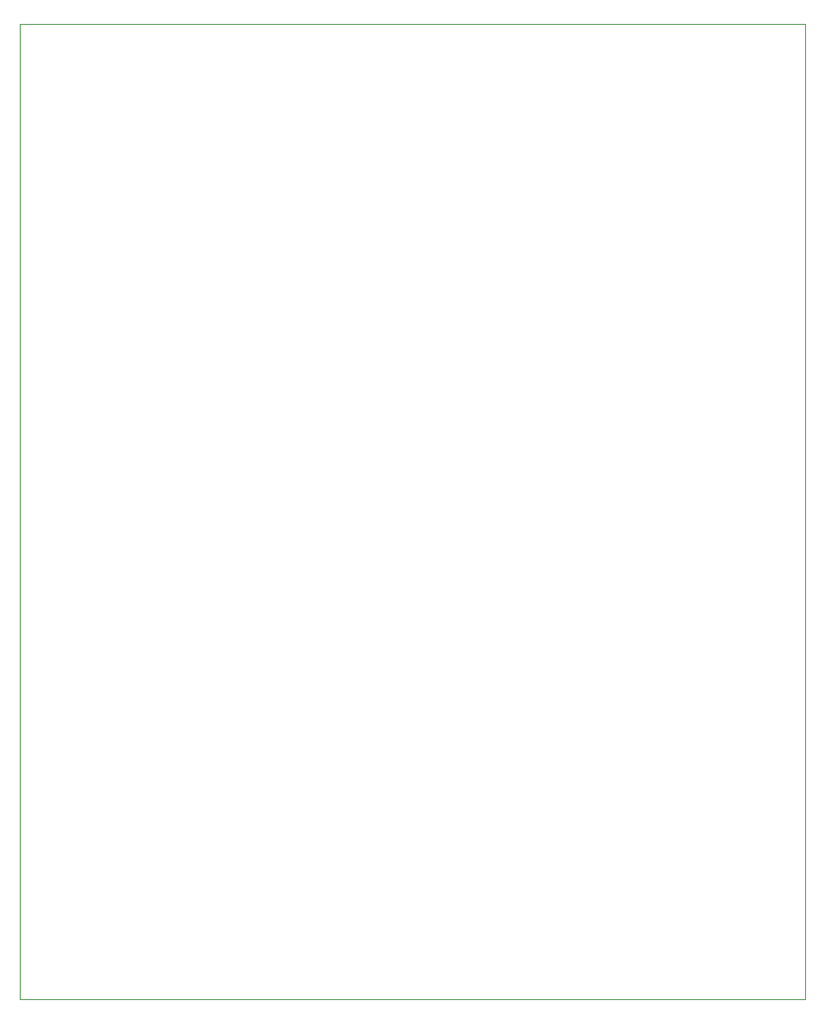
<source format=gbr>
%TF.GenerationSoftware,KiCad,Pcbnew,9.0.3*%
%TF.CreationDate,2025-07-13T22:15:26+07:00*%
%TF.ProjectId,Automative_Hexapod,4175746f-6d61-4746-9976-655f48657861,rev?*%
%TF.SameCoordinates,Original*%
%TF.FileFunction,Profile,NP*%
%FSLAX46Y46*%
G04 Gerber Fmt 4.6, Leading zero omitted, Abs format (unit mm)*
G04 Created by KiCad (PCBNEW 9.0.3) date 2025-07-13 22:15:26*
%MOMM*%
%LPD*%
G01*
G04 APERTURE LIST*
%TA.AperFunction,Profile*%
%ADD10C,0.050000*%
%TD*%
G04 APERTURE END LIST*
D10*
X53500000Y-47000000D02*
X134000000Y-47000000D01*
X134000000Y-146900000D01*
X53500000Y-146900000D01*
X53500000Y-47000000D01*
M02*

</source>
